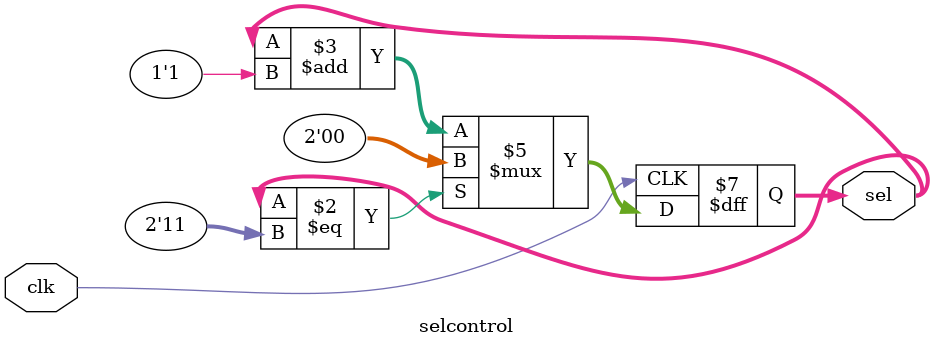
<source format=v>
module Seven_Seg_Scan(sel, scan);
    input [1:0]sel;
    output reg [3:0] scan;
    always@(sel[1:0])
     case(sel[1:0])
         2'b00:scan = 4'b1110;
         2'b01:scan = 4'b1101;
         2'b10:scan = 4'b1011;
         2'b11:scan = 4'b0111;
     endcase
endmodule

module selcontrol(clk, sel);
    input clk;
    output reg [1:0]sel;
    
    always@(posedge clk) begin
        begin
            sel <= 2'b00;
        end
         begin
            if (sel==2'b11) begin
                sel <= 2'b00; 
            end
            else begin
                sel <= sel+1'b01;
            end
        end
    end
endmodule
</source>
